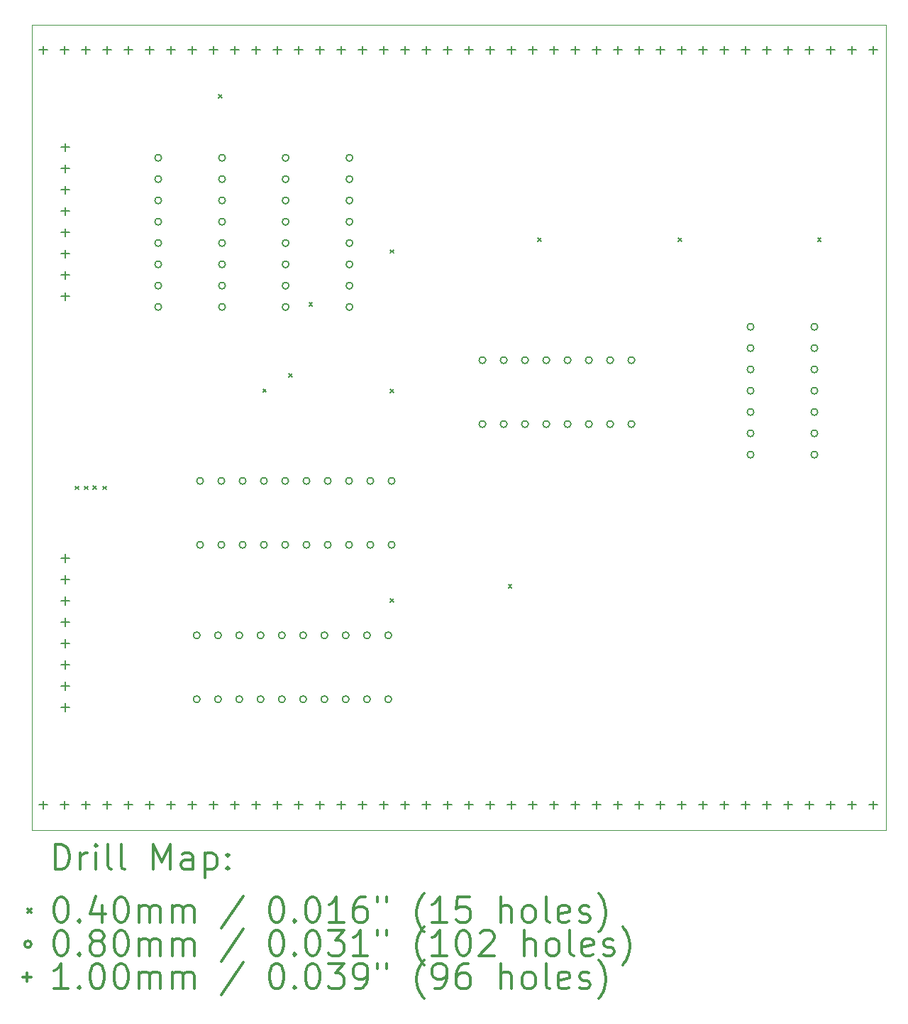
<source format=gbr>
%FSLAX45Y45*%
G04 Gerber Fmt 4.5, Leading zero omitted, Abs format (unit mm)*
G04 Created by KiCad (PCBNEW (5.1.9)-1) date 2021-11-21 23:13:42*
%MOMM*%
%LPD*%
G01*
G04 APERTURE LIST*
%TA.AperFunction,Profile*%
%ADD10C,0.100000*%
%TD*%
%ADD11C,0.200000*%
%ADD12C,0.300000*%
G04 APERTURE END LIST*
D10*
X8500000Y-13900000D02*
X8500000Y-4300000D01*
X18700000Y-13900000D02*
X8500000Y-13900000D01*
X18700000Y-4300000D02*
X18700000Y-13900000D01*
X8500000Y-4300000D02*
X18700000Y-4300000D01*
D11*
X9020000Y-9800000D02*
X9060000Y-9840000D01*
X9060000Y-9800000D02*
X9020000Y-9840000D01*
X9130000Y-9800000D02*
X9170000Y-9840000D01*
X9170000Y-9800000D02*
X9130000Y-9840000D01*
X9231266Y-9798734D02*
X9271266Y-9838734D01*
X9271266Y-9798734D02*
X9231266Y-9838734D01*
X9350000Y-9800000D02*
X9390000Y-9840000D01*
X9390000Y-9800000D02*
X9350000Y-9840000D01*
X10730000Y-5130000D02*
X10770000Y-5170000D01*
X10770000Y-5130000D02*
X10730000Y-5170000D01*
X11260000Y-8640000D02*
X11300000Y-8680000D01*
X11300000Y-8640000D02*
X11260000Y-8680000D01*
X11570000Y-8460000D02*
X11610000Y-8500000D01*
X11610000Y-8460000D02*
X11570000Y-8500000D01*
X11810000Y-7610000D02*
X11850000Y-7650000D01*
X11850000Y-7610000D02*
X11810000Y-7650000D01*
X12778000Y-8642000D02*
X12818000Y-8682000D01*
X12818000Y-8642000D02*
X12778000Y-8682000D01*
X12780000Y-6980000D02*
X12820000Y-7020000D01*
X12820000Y-6980000D02*
X12780000Y-7020000D01*
X12780000Y-11140000D02*
X12820000Y-11180000D01*
X12820000Y-11140000D02*
X12780000Y-11180000D01*
X14190000Y-10970000D02*
X14230000Y-11010000D01*
X14230000Y-10970000D02*
X14190000Y-11010000D01*
X14540000Y-6840000D02*
X14580000Y-6880000D01*
X14580000Y-6840000D02*
X14540000Y-6880000D01*
X16220000Y-6840000D02*
X16260000Y-6880000D01*
X16260000Y-6840000D02*
X16220000Y-6880000D01*
X17880000Y-6840000D02*
X17920000Y-6880000D01*
X17920000Y-6840000D02*
X17880000Y-6880000D01*
X10050000Y-5886000D02*
G75*
G03*
X10050000Y-5886000I-40000J0D01*
G01*
X10050000Y-6140000D02*
G75*
G03*
X10050000Y-6140000I-40000J0D01*
G01*
X10050000Y-6394000D02*
G75*
G03*
X10050000Y-6394000I-40000J0D01*
G01*
X10050000Y-6648000D02*
G75*
G03*
X10050000Y-6648000I-40000J0D01*
G01*
X10050000Y-6902000D02*
G75*
G03*
X10050000Y-6902000I-40000J0D01*
G01*
X10050000Y-7156000D02*
G75*
G03*
X10050000Y-7156000I-40000J0D01*
G01*
X10050000Y-7410000D02*
G75*
G03*
X10050000Y-7410000I-40000J0D01*
G01*
X10050000Y-7664000D02*
G75*
G03*
X10050000Y-7664000I-40000J0D01*
G01*
X10510000Y-11578000D02*
G75*
G03*
X10510000Y-11578000I-40000J0D01*
G01*
X10510000Y-12340000D02*
G75*
G03*
X10510000Y-12340000I-40000J0D01*
G01*
X10550000Y-9738000D02*
G75*
G03*
X10550000Y-9738000I-40000J0D01*
G01*
X10550000Y-10500000D02*
G75*
G03*
X10550000Y-10500000I-40000J0D01*
G01*
X10764000Y-11578000D02*
G75*
G03*
X10764000Y-11578000I-40000J0D01*
G01*
X10764000Y-12340000D02*
G75*
G03*
X10764000Y-12340000I-40000J0D01*
G01*
X10804000Y-9738000D02*
G75*
G03*
X10804000Y-9738000I-40000J0D01*
G01*
X10804000Y-10500000D02*
G75*
G03*
X10804000Y-10500000I-40000J0D01*
G01*
X10812000Y-5886000D02*
G75*
G03*
X10812000Y-5886000I-40000J0D01*
G01*
X10812000Y-6140000D02*
G75*
G03*
X10812000Y-6140000I-40000J0D01*
G01*
X10812000Y-6394000D02*
G75*
G03*
X10812000Y-6394000I-40000J0D01*
G01*
X10812000Y-6648000D02*
G75*
G03*
X10812000Y-6648000I-40000J0D01*
G01*
X10812000Y-6902000D02*
G75*
G03*
X10812000Y-6902000I-40000J0D01*
G01*
X10812000Y-7156000D02*
G75*
G03*
X10812000Y-7156000I-40000J0D01*
G01*
X10812000Y-7410000D02*
G75*
G03*
X10812000Y-7410000I-40000J0D01*
G01*
X10812000Y-7664000D02*
G75*
G03*
X10812000Y-7664000I-40000J0D01*
G01*
X11018000Y-11578000D02*
G75*
G03*
X11018000Y-11578000I-40000J0D01*
G01*
X11018000Y-12340000D02*
G75*
G03*
X11018000Y-12340000I-40000J0D01*
G01*
X11058000Y-9738000D02*
G75*
G03*
X11058000Y-9738000I-40000J0D01*
G01*
X11058000Y-10500000D02*
G75*
G03*
X11058000Y-10500000I-40000J0D01*
G01*
X11272000Y-11578000D02*
G75*
G03*
X11272000Y-11578000I-40000J0D01*
G01*
X11272000Y-12340000D02*
G75*
G03*
X11272000Y-12340000I-40000J0D01*
G01*
X11312000Y-9738000D02*
G75*
G03*
X11312000Y-9738000I-40000J0D01*
G01*
X11312000Y-10500000D02*
G75*
G03*
X11312000Y-10500000I-40000J0D01*
G01*
X11526000Y-11578000D02*
G75*
G03*
X11526000Y-11578000I-40000J0D01*
G01*
X11526000Y-12340000D02*
G75*
G03*
X11526000Y-12340000I-40000J0D01*
G01*
X11566000Y-9738000D02*
G75*
G03*
X11566000Y-9738000I-40000J0D01*
G01*
X11566000Y-10500000D02*
G75*
G03*
X11566000Y-10500000I-40000J0D01*
G01*
X11570000Y-5886000D02*
G75*
G03*
X11570000Y-5886000I-40000J0D01*
G01*
X11570000Y-6140000D02*
G75*
G03*
X11570000Y-6140000I-40000J0D01*
G01*
X11570000Y-6394000D02*
G75*
G03*
X11570000Y-6394000I-40000J0D01*
G01*
X11570000Y-6648000D02*
G75*
G03*
X11570000Y-6648000I-40000J0D01*
G01*
X11570000Y-6902000D02*
G75*
G03*
X11570000Y-6902000I-40000J0D01*
G01*
X11570000Y-7156000D02*
G75*
G03*
X11570000Y-7156000I-40000J0D01*
G01*
X11570000Y-7410000D02*
G75*
G03*
X11570000Y-7410000I-40000J0D01*
G01*
X11570000Y-7664000D02*
G75*
G03*
X11570000Y-7664000I-40000J0D01*
G01*
X11780000Y-11578000D02*
G75*
G03*
X11780000Y-11578000I-40000J0D01*
G01*
X11780000Y-12340000D02*
G75*
G03*
X11780000Y-12340000I-40000J0D01*
G01*
X11820000Y-9738000D02*
G75*
G03*
X11820000Y-9738000I-40000J0D01*
G01*
X11820000Y-10500000D02*
G75*
G03*
X11820000Y-10500000I-40000J0D01*
G01*
X12034000Y-11578000D02*
G75*
G03*
X12034000Y-11578000I-40000J0D01*
G01*
X12034000Y-12340000D02*
G75*
G03*
X12034000Y-12340000I-40000J0D01*
G01*
X12074000Y-9738000D02*
G75*
G03*
X12074000Y-9738000I-40000J0D01*
G01*
X12074000Y-10500000D02*
G75*
G03*
X12074000Y-10500000I-40000J0D01*
G01*
X12288000Y-11578000D02*
G75*
G03*
X12288000Y-11578000I-40000J0D01*
G01*
X12288000Y-12340000D02*
G75*
G03*
X12288000Y-12340000I-40000J0D01*
G01*
X12328000Y-9738000D02*
G75*
G03*
X12328000Y-9738000I-40000J0D01*
G01*
X12328000Y-10500000D02*
G75*
G03*
X12328000Y-10500000I-40000J0D01*
G01*
X12332000Y-5886000D02*
G75*
G03*
X12332000Y-5886000I-40000J0D01*
G01*
X12332000Y-6140000D02*
G75*
G03*
X12332000Y-6140000I-40000J0D01*
G01*
X12332000Y-6394000D02*
G75*
G03*
X12332000Y-6394000I-40000J0D01*
G01*
X12332000Y-6648000D02*
G75*
G03*
X12332000Y-6648000I-40000J0D01*
G01*
X12332000Y-6902000D02*
G75*
G03*
X12332000Y-6902000I-40000J0D01*
G01*
X12332000Y-7156000D02*
G75*
G03*
X12332000Y-7156000I-40000J0D01*
G01*
X12332000Y-7410000D02*
G75*
G03*
X12332000Y-7410000I-40000J0D01*
G01*
X12332000Y-7664000D02*
G75*
G03*
X12332000Y-7664000I-40000J0D01*
G01*
X12542000Y-11578000D02*
G75*
G03*
X12542000Y-11578000I-40000J0D01*
G01*
X12542000Y-12340000D02*
G75*
G03*
X12542000Y-12340000I-40000J0D01*
G01*
X12582000Y-9738000D02*
G75*
G03*
X12582000Y-9738000I-40000J0D01*
G01*
X12582000Y-10500000D02*
G75*
G03*
X12582000Y-10500000I-40000J0D01*
G01*
X12796000Y-11578000D02*
G75*
G03*
X12796000Y-11578000I-40000J0D01*
G01*
X12796000Y-12340000D02*
G75*
G03*
X12796000Y-12340000I-40000J0D01*
G01*
X12836000Y-9738000D02*
G75*
G03*
X12836000Y-9738000I-40000J0D01*
G01*
X12836000Y-10500000D02*
G75*
G03*
X12836000Y-10500000I-40000J0D01*
G01*
X13920000Y-8298000D02*
G75*
G03*
X13920000Y-8298000I-40000J0D01*
G01*
X13920000Y-9060000D02*
G75*
G03*
X13920000Y-9060000I-40000J0D01*
G01*
X14174000Y-8298000D02*
G75*
G03*
X14174000Y-8298000I-40000J0D01*
G01*
X14174000Y-9060000D02*
G75*
G03*
X14174000Y-9060000I-40000J0D01*
G01*
X14428000Y-8298000D02*
G75*
G03*
X14428000Y-8298000I-40000J0D01*
G01*
X14428000Y-9060000D02*
G75*
G03*
X14428000Y-9060000I-40000J0D01*
G01*
X14682000Y-8298000D02*
G75*
G03*
X14682000Y-8298000I-40000J0D01*
G01*
X14682000Y-9060000D02*
G75*
G03*
X14682000Y-9060000I-40000J0D01*
G01*
X14936000Y-8298000D02*
G75*
G03*
X14936000Y-8298000I-40000J0D01*
G01*
X14936000Y-9060000D02*
G75*
G03*
X14936000Y-9060000I-40000J0D01*
G01*
X15190000Y-8298000D02*
G75*
G03*
X15190000Y-8298000I-40000J0D01*
G01*
X15190000Y-9060000D02*
G75*
G03*
X15190000Y-9060000I-40000J0D01*
G01*
X15444000Y-8298000D02*
G75*
G03*
X15444000Y-8298000I-40000J0D01*
G01*
X15444000Y-9060000D02*
G75*
G03*
X15444000Y-9060000I-40000J0D01*
G01*
X15698000Y-8298000D02*
G75*
G03*
X15698000Y-8298000I-40000J0D01*
G01*
X15698000Y-9060000D02*
G75*
G03*
X15698000Y-9060000I-40000J0D01*
G01*
X17120000Y-7900000D02*
G75*
G03*
X17120000Y-7900000I-40000J0D01*
G01*
X17120000Y-8154000D02*
G75*
G03*
X17120000Y-8154000I-40000J0D01*
G01*
X17120000Y-8408000D02*
G75*
G03*
X17120000Y-8408000I-40000J0D01*
G01*
X17120000Y-8662000D02*
G75*
G03*
X17120000Y-8662000I-40000J0D01*
G01*
X17120000Y-8916000D02*
G75*
G03*
X17120000Y-8916000I-40000J0D01*
G01*
X17120000Y-9170000D02*
G75*
G03*
X17120000Y-9170000I-40000J0D01*
G01*
X17120000Y-9424000D02*
G75*
G03*
X17120000Y-9424000I-40000J0D01*
G01*
X17882000Y-7900000D02*
G75*
G03*
X17882000Y-7900000I-40000J0D01*
G01*
X17882000Y-8154000D02*
G75*
G03*
X17882000Y-8154000I-40000J0D01*
G01*
X17882000Y-8408000D02*
G75*
G03*
X17882000Y-8408000I-40000J0D01*
G01*
X17882000Y-8662000D02*
G75*
G03*
X17882000Y-8662000I-40000J0D01*
G01*
X17882000Y-8916000D02*
G75*
G03*
X17882000Y-8916000I-40000J0D01*
G01*
X17882000Y-9170000D02*
G75*
G03*
X17882000Y-9170000I-40000J0D01*
G01*
X17882000Y-9424000D02*
G75*
G03*
X17882000Y-9424000I-40000J0D01*
G01*
X8640000Y-4550000D02*
X8640000Y-4650000D01*
X8590000Y-4600000D02*
X8690000Y-4600000D01*
X8640000Y-13550000D02*
X8640000Y-13650000D01*
X8590000Y-13600000D02*
X8690000Y-13600000D01*
X8894000Y-4550000D02*
X8894000Y-4650000D01*
X8844000Y-4600000D02*
X8944000Y-4600000D01*
X8894000Y-13550000D02*
X8894000Y-13650000D01*
X8844000Y-13600000D02*
X8944000Y-13600000D01*
X8900000Y-5710000D02*
X8900000Y-5810000D01*
X8850000Y-5760000D02*
X8950000Y-5760000D01*
X8900000Y-5964000D02*
X8900000Y-6064000D01*
X8850000Y-6014000D02*
X8950000Y-6014000D01*
X8900000Y-6218000D02*
X8900000Y-6318000D01*
X8850000Y-6268000D02*
X8950000Y-6268000D01*
X8900000Y-6472000D02*
X8900000Y-6572000D01*
X8850000Y-6522000D02*
X8950000Y-6522000D01*
X8900000Y-6726000D02*
X8900000Y-6826000D01*
X8850000Y-6776000D02*
X8950000Y-6776000D01*
X8900000Y-6980000D02*
X8900000Y-7080000D01*
X8850000Y-7030000D02*
X8950000Y-7030000D01*
X8900000Y-7234000D02*
X8900000Y-7334000D01*
X8850000Y-7284000D02*
X8950000Y-7284000D01*
X8900000Y-7488000D02*
X8900000Y-7588000D01*
X8850000Y-7538000D02*
X8950000Y-7538000D01*
X8900000Y-10606000D02*
X8900000Y-10706000D01*
X8850000Y-10656000D02*
X8950000Y-10656000D01*
X8900000Y-10860000D02*
X8900000Y-10960000D01*
X8850000Y-10910000D02*
X8950000Y-10910000D01*
X8900000Y-11114000D02*
X8900000Y-11214000D01*
X8850000Y-11164000D02*
X8950000Y-11164000D01*
X8900000Y-11368000D02*
X8900000Y-11468000D01*
X8850000Y-11418000D02*
X8950000Y-11418000D01*
X8900000Y-11622000D02*
X8900000Y-11722000D01*
X8850000Y-11672000D02*
X8950000Y-11672000D01*
X8900000Y-11876000D02*
X8900000Y-11976000D01*
X8850000Y-11926000D02*
X8950000Y-11926000D01*
X8900000Y-12130000D02*
X8900000Y-12230000D01*
X8850000Y-12180000D02*
X8950000Y-12180000D01*
X8900000Y-12384000D02*
X8900000Y-12484000D01*
X8850000Y-12434000D02*
X8950000Y-12434000D01*
X9148000Y-4550000D02*
X9148000Y-4650000D01*
X9098000Y-4600000D02*
X9198000Y-4600000D01*
X9148000Y-13550000D02*
X9148000Y-13650000D01*
X9098000Y-13600000D02*
X9198000Y-13600000D01*
X9402000Y-4550000D02*
X9402000Y-4650000D01*
X9352000Y-4600000D02*
X9452000Y-4600000D01*
X9402000Y-13550000D02*
X9402000Y-13650000D01*
X9352000Y-13600000D02*
X9452000Y-13600000D01*
X9656000Y-4550000D02*
X9656000Y-4650000D01*
X9606000Y-4600000D02*
X9706000Y-4600000D01*
X9656000Y-13550000D02*
X9656000Y-13650000D01*
X9606000Y-13600000D02*
X9706000Y-13600000D01*
X9910000Y-4550000D02*
X9910000Y-4650000D01*
X9860000Y-4600000D02*
X9960000Y-4600000D01*
X9910000Y-13550000D02*
X9910000Y-13650000D01*
X9860000Y-13600000D02*
X9960000Y-13600000D01*
X10164000Y-4550000D02*
X10164000Y-4650000D01*
X10114000Y-4600000D02*
X10214000Y-4600000D01*
X10164000Y-13550000D02*
X10164000Y-13650000D01*
X10114000Y-13600000D02*
X10214000Y-13600000D01*
X10418000Y-4550000D02*
X10418000Y-4650000D01*
X10368000Y-4600000D02*
X10468000Y-4600000D01*
X10418000Y-13550000D02*
X10418000Y-13650000D01*
X10368000Y-13600000D02*
X10468000Y-13600000D01*
X10672000Y-4550000D02*
X10672000Y-4650000D01*
X10622000Y-4600000D02*
X10722000Y-4600000D01*
X10672000Y-13550000D02*
X10672000Y-13650000D01*
X10622000Y-13600000D02*
X10722000Y-13600000D01*
X10926000Y-4550000D02*
X10926000Y-4650000D01*
X10876000Y-4600000D02*
X10976000Y-4600000D01*
X10926000Y-13550000D02*
X10926000Y-13650000D01*
X10876000Y-13600000D02*
X10976000Y-13600000D01*
X11180000Y-4550000D02*
X11180000Y-4650000D01*
X11130000Y-4600000D02*
X11230000Y-4600000D01*
X11180000Y-13550000D02*
X11180000Y-13650000D01*
X11130000Y-13600000D02*
X11230000Y-13600000D01*
X11434000Y-4550000D02*
X11434000Y-4650000D01*
X11384000Y-4600000D02*
X11484000Y-4600000D01*
X11434000Y-13550000D02*
X11434000Y-13650000D01*
X11384000Y-13600000D02*
X11484000Y-13600000D01*
X11688000Y-4550000D02*
X11688000Y-4650000D01*
X11638000Y-4600000D02*
X11738000Y-4600000D01*
X11688000Y-13550000D02*
X11688000Y-13650000D01*
X11638000Y-13600000D02*
X11738000Y-13600000D01*
X11942000Y-4550000D02*
X11942000Y-4650000D01*
X11892000Y-4600000D02*
X11992000Y-4600000D01*
X11942000Y-13550000D02*
X11942000Y-13650000D01*
X11892000Y-13600000D02*
X11992000Y-13600000D01*
X12196000Y-4550000D02*
X12196000Y-4650000D01*
X12146000Y-4600000D02*
X12246000Y-4600000D01*
X12196000Y-13550000D02*
X12196000Y-13650000D01*
X12146000Y-13600000D02*
X12246000Y-13600000D01*
X12450000Y-4550000D02*
X12450000Y-4650000D01*
X12400000Y-4600000D02*
X12500000Y-4600000D01*
X12450000Y-13550000D02*
X12450000Y-13650000D01*
X12400000Y-13600000D02*
X12500000Y-13600000D01*
X12704000Y-4550000D02*
X12704000Y-4650000D01*
X12654000Y-4600000D02*
X12754000Y-4600000D01*
X12704000Y-13550000D02*
X12704000Y-13650000D01*
X12654000Y-13600000D02*
X12754000Y-13600000D01*
X12958000Y-4550000D02*
X12958000Y-4650000D01*
X12908000Y-4600000D02*
X13008000Y-4600000D01*
X12958000Y-13550000D02*
X12958000Y-13650000D01*
X12908000Y-13600000D02*
X13008000Y-13600000D01*
X13212000Y-4550000D02*
X13212000Y-4650000D01*
X13162000Y-4600000D02*
X13262000Y-4600000D01*
X13212000Y-13550000D02*
X13212000Y-13650000D01*
X13162000Y-13600000D02*
X13262000Y-13600000D01*
X13466000Y-4550000D02*
X13466000Y-4650000D01*
X13416000Y-4600000D02*
X13516000Y-4600000D01*
X13466000Y-13550000D02*
X13466000Y-13650000D01*
X13416000Y-13600000D02*
X13516000Y-13600000D01*
X13720000Y-4550000D02*
X13720000Y-4650000D01*
X13670000Y-4600000D02*
X13770000Y-4600000D01*
X13720000Y-13550000D02*
X13720000Y-13650000D01*
X13670000Y-13600000D02*
X13770000Y-13600000D01*
X13974000Y-4550000D02*
X13974000Y-4650000D01*
X13924000Y-4600000D02*
X14024000Y-4600000D01*
X13974000Y-13550000D02*
X13974000Y-13650000D01*
X13924000Y-13600000D02*
X14024000Y-13600000D01*
X14228000Y-4550000D02*
X14228000Y-4650000D01*
X14178000Y-4600000D02*
X14278000Y-4600000D01*
X14228000Y-13550000D02*
X14228000Y-13650000D01*
X14178000Y-13600000D02*
X14278000Y-13600000D01*
X14482000Y-4550000D02*
X14482000Y-4650000D01*
X14432000Y-4600000D02*
X14532000Y-4600000D01*
X14482000Y-13550000D02*
X14482000Y-13650000D01*
X14432000Y-13600000D02*
X14532000Y-13600000D01*
X14736000Y-4550000D02*
X14736000Y-4650000D01*
X14686000Y-4600000D02*
X14786000Y-4600000D01*
X14736000Y-13550000D02*
X14736000Y-13650000D01*
X14686000Y-13600000D02*
X14786000Y-13600000D01*
X14990000Y-4550000D02*
X14990000Y-4650000D01*
X14940000Y-4600000D02*
X15040000Y-4600000D01*
X14990000Y-13550000D02*
X14990000Y-13650000D01*
X14940000Y-13600000D02*
X15040000Y-13600000D01*
X15244000Y-4550000D02*
X15244000Y-4650000D01*
X15194000Y-4600000D02*
X15294000Y-4600000D01*
X15244000Y-13550000D02*
X15244000Y-13650000D01*
X15194000Y-13600000D02*
X15294000Y-13600000D01*
X15498000Y-4550000D02*
X15498000Y-4650000D01*
X15448000Y-4600000D02*
X15548000Y-4600000D01*
X15498000Y-13550000D02*
X15498000Y-13650000D01*
X15448000Y-13600000D02*
X15548000Y-13600000D01*
X15752000Y-4550000D02*
X15752000Y-4650000D01*
X15702000Y-4600000D02*
X15802000Y-4600000D01*
X15752000Y-13550000D02*
X15752000Y-13650000D01*
X15702000Y-13600000D02*
X15802000Y-13600000D01*
X16006000Y-4550000D02*
X16006000Y-4650000D01*
X15956000Y-4600000D02*
X16056000Y-4600000D01*
X16006000Y-13550000D02*
X16006000Y-13650000D01*
X15956000Y-13600000D02*
X16056000Y-13600000D01*
X16260000Y-4550000D02*
X16260000Y-4650000D01*
X16210000Y-4600000D02*
X16310000Y-4600000D01*
X16260000Y-13550000D02*
X16260000Y-13650000D01*
X16210000Y-13600000D02*
X16310000Y-13600000D01*
X16514000Y-4550000D02*
X16514000Y-4650000D01*
X16464000Y-4600000D02*
X16564000Y-4600000D01*
X16514000Y-13550000D02*
X16514000Y-13650000D01*
X16464000Y-13600000D02*
X16564000Y-13600000D01*
X16768000Y-4550000D02*
X16768000Y-4650000D01*
X16718000Y-4600000D02*
X16818000Y-4600000D01*
X16768000Y-13550000D02*
X16768000Y-13650000D01*
X16718000Y-13600000D02*
X16818000Y-13600000D01*
X17022000Y-4550000D02*
X17022000Y-4650000D01*
X16972000Y-4600000D02*
X17072000Y-4600000D01*
X17022000Y-13550000D02*
X17022000Y-13650000D01*
X16972000Y-13600000D02*
X17072000Y-13600000D01*
X17276000Y-4550000D02*
X17276000Y-4650000D01*
X17226000Y-4600000D02*
X17326000Y-4600000D01*
X17276000Y-13550000D02*
X17276000Y-13650000D01*
X17226000Y-13600000D02*
X17326000Y-13600000D01*
X17530000Y-4550000D02*
X17530000Y-4650000D01*
X17480000Y-4600000D02*
X17580000Y-4600000D01*
X17530000Y-13550000D02*
X17530000Y-13650000D01*
X17480000Y-13600000D02*
X17580000Y-13600000D01*
X17784000Y-4550000D02*
X17784000Y-4650000D01*
X17734000Y-4600000D02*
X17834000Y-4600000D01*
X17784000Y-13550000D02*
X17784000Y-13650000D01*
X17734000Y-13600000D02*
X17834000Y-13600000D01*
X18038000Y-4550000D02*
X18038000Y-4650000D01*
X17988000Y-4600000D02*
X18088000Y-4600000D01*
X18038000Y-13550000D02*
X18038000Y-13650000D01*
X17988000Y-13600000D02*
X18088000Y-13600000D01*
X18292000Y-4550000D02*
X18292000Y-4650000D01*
X18242000Y-4600000D02*
X18342000Y-4600000D01*
X18292000Y-13550000D02*
X18292000Y-13650000D01*
X18242000Y-13600000D02*
X18342000Y-13600000D01*
X18546000Y-4550000D02*
X18546000Y-4650000D01*
X18496000Y-4600000D02*
X18596000Y-4600000D01*
X18546000Y-13550000D02*
X18546000Y-13650000D01*
X18496000Y-13600000D02*
X18596000Y-13600000D01*
D12*
X8781428Y-14370714D02*
X8781428Y-14070714D01*
X8852857Y-14070714D01*
X8895714Y-14085000D01*
X8924286Y-14113571D01*
X8938571Y-14142143D01*
X8952857Y-14199286D01*
X8952857Y-14242143D01*
X8938571Y-14299286D01*
X8924286Y-14327857D01*
X8895714Y-14356429D01*
X8852857Y-14370714D01*
X8781428Y-14370714D01*
X9081428Y-14370714D02*
X9081428Y-14170714D01*
X9081428Y-14227857D02*
X9095714Y-14199286D01*
X9110000Y-14185000D01*
X9138571Y-14170714D01*
X9167143Y-14170714D01*
X9267143Y-14370714D02*
X9267143Y-14170714D01*
X9267143Y-14070714D02*
X9252857Y-14085000D01*
X9267143Y-14099286D01*
X9281428Y-14085000D01*
X9267143Y-14070714D01*
X9267143Y-14099286D01*
X9452857Y-14370714D02*
X9424286Y-14356429D01*
X9410000Y-14327857D01*
X9410000Y-14070714D01*
X9610000Y-14370714D02*
X9581428Y-14356429D01*
X9567143Y-14327857D01*
X9567143Y-14070714D01*
X9952857Y-14370714D02*
X9952857Y-14070714D01*
X10052857Y-14285000D01*
X10152857Y-14070714D01*
X10152857Y-14370714D01*
X10424286Y-14370714D02*
X10424286Y-14213571D01*
X10410000Y-14185000D01*
X10381428Y-14170714D01*
X10324286Y-14170714D01*
X10295714Y-14185000D01*
X10424286Y-14356429D02*
X10395714Y-14370714D01*
X10324286Y-14370714D01*
X10295714Y-14356429D01*
X10281428Y-14327857D01*
X10281428Y-14299286D01*
X10295714Y-14270714D01*
X10324286Y-14256429D01*
X10395714Y-14256429D01*
X10424286Y-14242143D01*
X10567143Y-14170714D02*
X10567143Y-14470714D01*
X10567143Y-14185000D02*
X10595714Y-14170714D01*
X10652857Y-14170714D01*
X10681428Y-14185000D01*
X10695714Y-14199286D01*
X10710000Y-14227857D01*
X10710000Y-14313571D01*
X10695714Y-14342143D01*
X10681428Y-14356429D01*
X10652857Y-14370714D01*
X10595714Y-14370714D01*
X10567143Y-14356429D01*
X10838571Y-14342143D02*
X10852857Y-14356429D01*
X10838571Y-14370714D01*
X10824286Y-14356429D01*
X10838571Y-14342143D01*
X10838571Y-14370714D01*
X10838571Y-14185000D02*
X10852857Y-14199286D01*
X10838571Y-14213571D01*
X10824286Y-14199286D01*
X10838571Y-14185000D01*
X10838571Y-14213571D01*
X8455000Y-14845000D02*
X8495000Y-14885000D01*
X8495000Y-14845000D02*
X8455000Y-14885000D01*
X8838571Y-14700714D02*
X8867143Y-14700714D01*
X8895714Y-14715000D01*
X8910000Y-14729286D01*
X8924286Y-14757857D01*
X8938571Y-14815000D01*
X8938571Y-14886429D01*
X8924286Y-14943571D01*
X8910000Y-14972143D01*
X8895714Y-14986429D01*
X8867143Y-15000714D01*
X8838571Y-15000714D01*
X8810000Y-14986429D01*
X8795714Y-14972143D01*
X8781428Y-14943571D01*
X8767143Y-14886429D01*
X8767143Y-14815000D01*
X8781428Y-14757857D01*
X8795714Y-14729286D01*
X8810000Y-14715000D01*
X8838571Y-14700714D01*
X9067143Y-14972143D02*
X9081428Y-14986429D01*
X9067143Y-15000714D01*
X9052857Y-14986429D01*
X9067143Y-14972143D01*
X9067143Y-15000714D01*
X9338571Y-14800714D02*
X9338571Y-15000714D01*
X9267143Y-14686429D02*
X9195714Y-14900714D01*
X9381428Y-14900714D01*
X9552857Y-14700714D02*
X9581428Y-14700714D01*
X9610000Y-14715000D01*
X9624286Y-14729286D01*
X9638571Y-14757857D01*
X9652857Y-14815000D01*
X9652857Y-14886429D01*
X9638571Y-14943571D01*
X9624286Y-14972143D01*
X9610000Y-14986429D01*
X9581428Y-15000714D01*
X9552857Y-15000714D01*
X9524286Y-14986429D01*
X9510000Y-14972143D01*
X9495714Y-14943571D01*
X9481428Y-14886429D01*
X9481428Y-14815000D01*
X9495714Y-14757857D01*
X9510000Y-14729286D01*
X9524286Y-14715000D01*
X9552857Y-14700714D01*
X9781428Y-15000714D02*
X9781428Y-14800714D01*
X9781428Y-14829286D02*
X9795714Y-14815000D01*
X9824286Y-14800714D01*
X9867143Y-14800714D01*
X9895714Y-14815000D01*
X9910000Y-14843571D01*
X9910000Y-15000714D01*
X9910000Y-14843571D02*
X9924286Y-14815000D01*
X9952857Y-14800714D01*
X9995714Y-14800714D01*
X10024286Y-14815000D01*
X10038571Y-14843571D01*
X10038571Y-15000714D01*
X10181428Y-15000714D02*
X10181428Y-14800714D01*
X10181428Y-14829286D02*
X10195714Y-14815000D01*
X10224286Y-14800714D01*
X10267143Y-14800714D01*
X10295714Y-14815000D01*
X10310000Y-14843571D01*
X10310000Y-15000714D01*
X10310000Y-14843571D02*
X10324286Y-14815000D01*
X10352857Y-14800714D01*
X10395714Y-14800714D01*
X10424286Y-14815000D01*
X10438571Y-14843571D01*
X10438571Y-15000714D01*
X11024286Y-14686429D02*
X10767143Y-15072143D01*
X11410000Y-14700714D02*
X11438571Y-14700714D01*
X11467143Y-14715000D01*
X11481428Y-14729286D01*
X11495714Y-14757857D01*
X11510000Y-14815000D01*
X11510000Y-14886429D01*
X11495714Y-14943571D01*
X11481428Y-14972143D01*
X11467143Y-14986429D01*
X11438571Y-15000714D01*
X11410000Y-15000714D01*
X11381428Y-14986429D01*
X11367143Y-14972143D01*
X11352857Y-14943571D01*
X11338571Y-14886429D01*
X11338571Y-14815000D01*
X11352857Y-14757857D01*
X11367143Y-14729286D01*
X11381428Y-14715000D01*
X11410000Y-14700714D01*
X11638571Y-14972143D02*
X11652857Y-14986429D01*
X11638571Y-15000714D01*
X11624286Y-14986429D01*
X11638571Y-14972143D01*
X11638571Y-15000714D01*
X11838571Y-14700714D02*
X11867143Y-14700714D01*
X11895714Y-14715000D01*
X11910000Y-14729286D01*
X11924286Y-14757857D01*
X11938571Y-14815000D01*
X11938571Y-14886429D01*
X11924286Y-14943571D01*
X11910000Y-14972143D01*
X11895714Y-14986429D01*
X11867143Y-15000714D01*
X11838571Y-15000714D01*
X11810000Y-14986429D01*
X11795714Y-14972143D01*
X11781428Y-14943571D01*
X11767143Y-14886429D01*
X11767143Y-14815000D01*
X11781428Y-14757857D01*
X11795714Y-14729286D01*
X11810000Y-14715000D01*
X11838571Y-14700714D01*
X12224286Y-15000714D02*
X12052857Y-15000714D01*
X12138571Y-15000714D02*
X12138571Y-14700714D01*
X12110000Y-14743571D01*
X12081428Y-14772143D01*
X12052857Y-14786429D01*
X12481428Y-14700714D02*
X12424286Y-14700714D01*
X12395714Y-14715000D01*
X12381428Y-14729286D01*
X12352857Y-14772143D01*
X12338571Y-14829286D01*
X12338571Y-14943571D01*
X12352857Y-14972143D01*
X12367143Y-14986429D01*
X12395714Y-15000714D01*
X12452857Y-15000714D01*
X12481428Y-14986429D01*
X12495714Y-14972143D01*
X12510000Y-14943571D01*
X12510000Y-14872143D01*
X12495714Y-14843571D01*
X12481428Y-14829286D01*
X12452857Y-14815000D01*
X12395714Y-14815000D01*
X12367143Y-14829286D01*
X12352857Y-14843571D01*
X12338571Y-14872143D01*
X12624286Y-14700714D02*
X12624286Y-14757857D01*
X12738571Y-14700714D02*
X12738571Y-14757857D01*
X13181428Y-15115000D02*
X13167143Y-15100714D01*
X13138571Y-15057857D01*
X13124286Y-15029286D01*
X13110000Y-14986429D01*
X13095714Y-14915000D01*
X13095714Y-14857857D01*
X13110000Y-14786429D01*
X13124286Y-14743571D01*
X13138571Y-14715000D01*
X13167143Y-14672143D01*
X13181428Y-14657857D01*
X13452857Y-15000714D02*
X13281428Y-15000714D01*
X13367143Y-15000714D02*
X13367143Y-14700714D01*
X13338571Y-14743571D01*
X13310000Y-14772143D01*
X13281428Y-14786429D01*
X13724286Y-14700714D02*
X13581428Y-14700714D01*
X13567143Y-14843571D01*
X13581428Y-14829286D01*
X13610000Y-14815000D01*
X13681428Y-14815000D01*
X13710000Y-14829286D01*
X13724286Y-14843571D01*
X13738571Y-14872143D01*
X13738571Y-14943571D01*
X13724286Y-14972143D01*
X13710000Y-14986429D01*
X13681428Y-15000714D01*
X13610000Y-15000714D01*
X13581428Y-14986429D01*
X13567143Y-14972143D01*
X14095714Y-15000714D02*
X14095714Y-14700714D01*
X14224286Y-15000714D02*
X14224286Y-14843571D01*
X14210000Y-14815000D01*
X14181428Y-14800714D01*
X14138571Y-14800714D01*
X14110000Y-14815000D01*
X14095714Y-14829286D01*
X14410000Y-15000714D02*
X14381428Y-14986429D01*
X14367143Y-14972143D01*
X14352857Y-14943571D01*
X14352857Y-14857857D01*
X14367143Y-14829286D01*
X14381428Y-14815000D01*
X14410000Y-14800714D01*
X14452857Y-14800714D01*
X14481428Y-14815000D01*
X14495714Y-14829286D01*
X14510000Y-14857857D01*
X14510000Y-14943571D01*
X14495714Y-14972143D01*
X14481428Y-14986429D01*
X14452857Y-15000714D01*
X14410000Y-15000714D01*
X14681428Y-15000714D02*
X14652857Y-14986429D01*
X14638571Y-14957857D01*
X14638571Y-14700714D01*
X14910000Y-14986429D02*
X14881428Y-15000714D01*
X14824286Y-15000714D01*
X14795714Y-14986429D01*
X14781428Y-14957857D01*
X14781428Y-14843571D01*
X14795714Y-14815000D01*
X14824286Y-14800714D01*
X14881428Y-14800714D01*
X14910000Y-14815000D01*
X14924286Y-14843571D01*
X14924286Y-14872143D01*
X14781428Y-14900714D01*
X15038571Y-14986429D02*
X15067143Y-15000714D01*
X15124286Y-15000714D01*
X15152857Y-14986429D01*
X15167143Y-14957857D01*
X15167143Y-14943571D01*
X15152857Y-14915000D01*
X15124286Y-14900714D01*
X15081428Y-14900714D01*
X15052857Y-14886429D01*
X15038571Y-14857857D01*
X15038571Y-14843571D01*
X15052857Y-14815000D01*
X15081428Y-14800714D01*
X15124286Y-14800714D01*
X15152857Y-14815000D01*
X15267143Y-15115000D02*
X15281428Y-15100714D01*
X15310000Y-15057857D01*
X15324286Y-15029286D01*
X15338571Y-14986429D01*
X15352857Y-14915000D01*
X15352857Y-14857857D01*
X15338571Y-14786429D01*
X15324286Y-14743571D01*
X15310000Y-14715000D01*
X15281428Y-14672143D01*
X15267143Y-14657857D01*
X8495000Y-15261000D02*
G75*
G03*
X8495000Y-15261000I-40000J0D01*
G01*
X8838571Y-15096714D02*
X8867143Y-15096714D01*
X8895714Y-15111000D01*
X8910000Y-15125286D01*
X8924286Y-15153857D01*
X8938571Y-15211000D01*
X8938571Y-15282429D01*
X8924286Y-15339571D01*
X8910000Y-15368143D01*
X8895714Y-15382429D01*
X8867143Y-15396714D01*
X8838571Y-15396714D01*
X8810000Y-15382429D01*
X8795714Y-15368143D01*
X8781428Y-15339571D01*
X8767143Y-15282429D01*
X8767143Y-15211000D01*
X8781428Y-15153857D01*
X8795714Y-15125286D01*
X8810000Y-15111000D01*
X8838571Y-15096714D01*
X9067143Y-15368143D02*
X9081428Y-15382429D01*
X9067143Y-15396714D01*
X9052857Y-15382429D01*
X9067143Y-15368143D01*
X9067143Y-15396714D01*
X9252857Y-15225286D02*
X9224286Y-15211000D01*
X9210000Y-15196714D01*
X9195714Y-15168143D01*
X9195714Y-15153857D01*
X9210000Y-15125286D01*
X9224286Y-15111000D01*
X9252857Y-15096714D01*
X9310000Y-15096714D01*
X9338571Y-15111000D01*
X9352857Y-15125286D01*
X9367143Y-15153857D01*
X9367143Y-15168143D01*
X9352857Y-15196714D01*
X9338571Y-15211000D01*
X9310000Y-15225286D01*
X9252857Y-15225286D01*
X9224286Y-15239571D01*
X9210000Y-15253857D01*
X9195714Y-15282429D01*
X9195714Y-15339571D01*
X9210000Y-15368143D01*
X9224286Y-15382429D01*
X9252857Y-15396714D01*
X9310000Y-15396714D01*
X9338571Y-15382429D01*
X9352857Y-15368143D01*
X9367143Y-15339571D01*
X9367143Y-15282429D01*
X9352857Y-15253857D01*
X9338571Y-15239571D01*
X9310000Y-15225286D01*
X9552857Y-15096714D02*
X9581428Y-15096714D01*
X9610000Y-15111000D01*
X9624286Y-15125286D01*
X9638571Y-15153857D01*
X9652857Y-15211000D01*
X9652857Y-15282429D01*
X9638571Y-15339571D01*
X9624286Y-15368143D01*
X9610000Y-15382429D01*
X9581428Y-15396714D01*
X9552857Y-15396714D01*
X9524286Y-15382429D01*
X9510000Y-15368143D01*
X9495714Y-15339571D01*
X9481428Y-15282429D01*
X9481428Y-15211000D01*
X9495714Y-15153857D01*
X9510000Y-15125286D01*
X9524286Y-15111000D01*
X9552857Y-15096714D01*
X9781428Y-15396714D02*
X9781428Y-15196714D01*
X9781428Y-15225286D02*
X9795714Y-15211000D01*
X9824286Y-15196714D01*
X9867143Y-15196714D01*
X9895714Y-15211000D01*
X9910000Y-15239571D01*
X9910000Y-15396714D01*
X9910000Y-15239571D02*
X9924286Y-15211000D01*
X9952857Y-15196714D01*
X9995714Y-15196714D01*
X10024286Y-15211000D01*
X10038571Y-15239571D01*
X10038571Y-15396714D01*
X10181428Y-15396714D02*
X10181428Y-15196714D01*
X10181428Y-15225286D02*
X10195714Y-15211000D01*
X10224286Y-15196714D01*
X10267143Y-15196714D01*
X10295714Y-15211000D01*
X10310000Y-15239571D01*
X10310000Y-15396714D01*
X10310000Y-15239571D02*
X10324286Y-15211000D01*
X10352857Y-15196714D01*
X10395714Y-15196714D01*
X10424286Y-15211000D01*
X10438571Y-15239571D01*
X10438571Y-15396714D01*
X11024286Y-15082429D02*
X10767143Y-15468143D01*
X11410000Y-15096714D02*
X11438571Y-15096714D01*
X11467143Y-15111000D01*
X11481428Y-15125286D01*
X11495714Y-15153857D01*
X11510000Y-15211000D01*
X11510000Y-15282429D01*
X11495714Y-15339571D01*
X11481428Y-15368143D01*
X11467143Y-15382429D01*
X11438571Y-15396714D01*
X11410000Y-15396714D01*
X11381428Y-15382429D01*
X11367143Y-15368143D01*
X11352857Y-15339571D01*
X11338571Y-15282429D01*
X11338571Y-15211000D01*
X11352857Y-15153857D01*
X11367143Y-15125286D01*
X11381428Y-15111000D01*
X11410000Y-15096714D01*
X11638571Y-15368143D02*
X11652857Y-15382429D01*
X11638571Y-15396714D01*
X11624286Y-15382429D01*
X11638571Y-15368143D01*
X11638571Y-15396714D01*
X11838571Y-15096714D02*
X11867143Y-15096714D01*
X11895714Y-15111000D01*
X11910000Y-15125286D01*
X11924286Y-15153857D01*
X11938571Y-15211000D01*
X11938571Y-15282429D01*
X11924286Y-15339571D01*
X11910000Y-15368143D01*
X11895714Y-15382429D01*
X11867143Y-15396714D01*
X11838571Y-15396714D01*
X11810000Y-15382429D01*
X11795714Y-15368143D01*
X11781428Y-15339571D01*
X11767143Y-15282429D01*
X11767143Y-15211000D01*
X11781428Y-15153857D01*
X11795714Y-15125286D01*
X11810000Y-15111000D01*
X11838571Y-15096714D01*
X12038571Y-15096714D02*
X12224286Y-15096714D01*
X12124286Y-15211000D01*
X12167143Y-15211000D01*
X12195714Y-15225286D01*
X12210000Y-15239571D01*
X12224286Y-15268143D01*
X12224286Y-15339571D01*
X12210000Y-15368143D01*
X12195714Y-15382429D01*
X12167143Y-15396714D01*
X12081428Y-15396714D01*
X12052857Y-15382429D01*
X12038571Y-15368143D01*
X12510000Y-15396714D02*
X12338571Y-15396714D01*
X12424286Y-15396714D02*
X12424286Y-15096714D01*
X12395714Y-15139571D01*
X12367143Y-15168143D01*
X12338571Y-15182429D01*
X12624286Y-15096714D02*
X12624286Y-15153857D01*
X12738571Y-15096714D02*
X12738571Y-15153857D01*
X13181428Y-15511000D02*
X13167143Y-15496714D01*
X13138571Y-15453857D01*
X13124286Y-15425286D01*
X13110000Y-15382429D01*
X13095714Y-15311000D01*
X13095714Y-15253857D01*
X13110000Y-15182429D01*
X13124286Y-15139571D01*
X13138571Y-15111000D01*
X13167143Y-15068143D01*
X13181428Y-15053857D01*
X13452857Y-15396714D02*
X13281428Y-15396714D01*
X13367143Y-15396714D02*
X13367143Y-15096714D01*
X13338571Y-15139571D01*
X13310000Y-15168143D01*
X13281428Y-15182429D01*
X13638571Y-15096714D02*
X13667143Y-15096714D01*
X13695714Y-15111000D01*
X13710000Y-15125286D01*
X13724286Y-15153857D01*
X13738571Y-15211000D01*
X13738571Y-15282429D01*
X13724286Y-15339571D01*
X13710000Y-15368143D01*
X13695714Y-15382429D01*
X13667143Y-15396714D01*
X13638571Y-15396714D01*
X13610000Y-15382429D01*
X13595714Y-15368143D01*
X13581428Y-15339571D01*
X13567143Y-15282429D01*
X13567143Y-15211000D01*
X13581428Y-15153857D01*
X13595714Y-15125286D01*
X13610000Y-15111000D01*
X13638571Y-15096714D01*
X13852857Y-15125286D02*
X13867143Y-15111000D01*
X13895714Y-15096714D01*
X13967143Y-15096714D01*
X13995714Y-15111000D01*
X14010000Y-15125286D01*
X14024286Y-15153857D01*
X14024286Y-15182429D01*
X14010000Y-15225286D01*
X13838571Y-15396714D01*
X14024286Y-15396714D01*
X14381428Y-15396714D02*
X14381428Y-15096714D01*
X14510000Y-15396714D02*
X14510000Y-15239571D01*
X14495714Y-15211000D01*
X14467143Y-15196714D01*
X14424286Y-15196714D01*
X14395714Y-15211000D01*
X14381428Y-15225286D01*
X14695714Y-15396714D02*
X14667143Y-15382429D01*
X14652857Y-15368143D01*
X14638571Y-15339571D01*
X14638571Y-15253857D01*
X14652857Y-15225286D01*
X14667143Y-15211000D01*
X14695714Y-15196714D01*
X14738571Y-15196714D01*
X14767143Y-15211000D01*
X14781428Y-15225286D01*
X14795714Y-15253857D01*
X14795714Y-15339571D01*
X14781428Y-15368143D01*
X14767143Y-15382429D01*
X14738571Y-15396714D01*
X14695714Y-15396714D01*
X14967143Y-15396714D02*
X14938571Y-15382429D01*
X14924286Y-15353857D01*
X14924286Y-15096714D01*
X15195714Y-15382429D02*
X15167143Y-15396714D01*
X15110000Y-15396714D01*
X15081428Y-15382429D01*
X15067143Y-15353857D01*
X15067143Y-15239571D01*
X15081428Y-15211000D01*
X15110000Y-15196714D01*
X15167143Y-15196714D01*
X15195714Y-15211000D01*
X15210000Y-15239571D01*
X15210000Y-15268143D01*
X15067143Y-15296714D01*
X15324286Y-15382429D02*
X15352857Y-15396714D01*
X15410000Y-15396714D01*
X15438571Y-15382429D01*
X15452857Y-15353857D01*
X15452857Y-15339571D01*
X15438571Y-15311000D01*
X15410000Y-15296714D01*
X15367143Y-15296714D01*
X15338571Y-15282429D01*
X15324286Y-15253857D01*
X15324286Y-15239571D01*
X15338571Y-15211000D01*
X15367143Y-15196714D01*
X15410000Y-15196714D01*
X15438571Y-15211000D01*
X15552857Y-15511000D02*
X15567143Y-15496714D01*
X15595714Y-15453857D01*
X15610000Y-15425286D01*
X15624286Y-15382429D01*
X15638571Y-15311000D01*
X15638571Y-15253857D01*
X15624286Y-15182429D01*
X15610000Y-15139571D01*
X15595714Y-15111000D01*
X15567143Y-15068143D01*
X15552857Y-15053857D01*
X8445000Y-15607000D02*
X8445000Y-15707000D01*
X8395000Y-15657000D02*
X8495000Y-15657000D01*
X8938571Y-15792714D02*
X8767143Y-15792714D01*
X8852857Y-15792714D02*
X8852857Y-15492714D01*
X8824286Y-15535571D01*
X8795714Y-15564143D01*
X8767143Y-15578429D01*
X9067143Y-15764143D02*
X9081428Y-15778429D01*
X9067143Y-15792714D01*
X9052857Y-15778429D01*
X9067143Y-15764143D01*
X9067143Y-15792714D01*
X9267143Y-15492714D02*
X9295714Y-15492714D01*
X9324286Y-15507000D01*
X9338571Y-15521286D01*
X9352857Y-15549857D01*
X9367143Y-15607000D01*
X9367143Y-15678429D01*
X9352857Y-15735571D01*
X9338571Y-15764143D01*
X9324286Y-15778429D01*
X9295714Y-15792714D01*
X9267143Y-15792714D01*
X9238571Y-15778429D01*
X9224286Y-15764143D01*
X9210000Y-15735571D01*
X9195714Y-15678429D01*
X9195714Y-15607000D01*
X9210000Y-15549857D01*
X9224286Y-15521286D01*
X9238571Y-15507000D01*
X9267143Y-15492714D01*
X9552857Y-15492714D02*
X9581428Y-15492714D01*
X9610000Y-15507000D01*
X9624286Y-15521286D01*
X9638571Y-15549857D01*
X9652857Y-15607000D01*
X9652857Y-15678429D01*
X9638571Y-15735571D01*
X9624286Y-15764143D01*
X9610000Y-15778429D01*
X9581428Y-15792714D01*
X9552857Y-15792714D01*
X9524286Y-15778429D01*
X9510000Y-15764143D01*
X9495714Y-15735571D01*
X9481428Y-15678429D01*
X9481428Y-15607000D01*
X9495714Y-15549857D01*
X9510000Y-15521286D01*
X9524286Y-15507000D01*
X9552857Y-15492714D01*
X9781428Y-15792714D02*
X9781428Y-15592714D01*
X9781428Y-15621286D02*
X9795714Y-15607000D01*
X9824286Y-15592714D01*
X9867143Y-15592714D01*
X9895714Y-15607000D01*
X9910000Y-15635571D01*
X9910000Y-15792714D01*
X9910000Y-15635571D02*
X9924286Y-15607000D01*
X9952857Y-15592714D01*
X9995714Y-15592714D01*
X10024286Y-15607000D01*
X10038571Y-15635571D01*
X10038571Y-15792714D01*
X10181428Y-15792714D02*
X10181428Y-15592714D01*
X10181428Y-15621286D02*
X10195714Y-15607000D01*
X10224286Y-15592714D01*
X10267143Y-15592714D01*
X10295714Y-15607000D01*
X10310000Y-15635571D01*
X10310000Y-15792714D01*
X10310000Y-15635571D02*
X10324286Y-15607000D01*
X10352857Y-15592714D01*
X10395714Y-15592714D01*
X10424286Y-15607000D01*
X10438571Y-15635571D01*
X10438571Y-15792714D01*
X11024286Y-15478429D02*
X10767143Y-15864143D01*
X11410000Y-15492714D02*
X11438571Y-15492714D01*
X11467143Y-15507000D01*
X11481428Y-15521286D01*
X11495714Y-15549857D01*
X11510000Y-15607000D01*
X11510000Y-15678429D01*
X11495714Y-15735571D01*
X11481428Y-15764143D01*
X11467143Y-15778429D01*
X11438571Y-15792714D01*
X11410000Y-15792714D01*
X11381428Y-15778429D01*
X11367143Y-15764143D01*
X11352857Y-15735571D01*
X11338571Y-15678429D01*
X11338571Y-15607000D01*
X11352857Y-15549857D01*
X11367143Y-15521286D01*
X11381428Y-15507000D01*
X11410000Y-15492714D01*
X11638571Y-15764143D02*
X11652857Y-15778429D01*
X11638571Y-15792714D01*
X11624286Y-15778429D01*
X11638571Y-15764143D01*
X11638571Y-15792714D01*
X11838571Y-15492714D02*
X11867143Y-15492714D01*
X11895714Y-15507000D01*
X11910000Y-15521286D01*
X11924286Y-15549857D01*
X11938571Y-15607000D01*
X11938571Y-15678429D01*
X11924286Y-15735571D01*
X11910000Y-15764143D01*
X11895714Y-15778429D01*
X11867143Y-15792714D01*
X11838571Y-15792714D01*
X11810000Y-15778429D01*
X11795714Y-15764143D01*
X11781428Y-15735571D01*
X11767143Y-15678429D01*
X11767143Y-15607000D01*
X11781428Y-15549857D01*
X11795714Y-15521286D01*
X11810000Y-15507000D01*
X11838571Y-15492714D01*
X12038571Y-15492714D02*
X12224286Y-15492714D01*
X12124286Y-15607000D01*
X12167143Y-15607000D01*
X12195714Y-15621286D01*
X12210000Y-15635571D01*
X12224286Y-15664143D01*
X12224286Y-15735571D01*
X12210000Y-15764143D01*
X12195714Y-15778429D01*
X12167143Y-15792714D01*
X12081428Y-15792714D01*
X12052857Y-15778429D01*
X12038571Y-15764143D01*
X12367143Y-15792714D02*
X12424286Y-15792714D01*
X12452857Y-15778429D01*
X12467143Y-15764143D01*
X12495714Y-15721286D01*
X12510000Y-15664143D01*
X12510000Y-15549857D01*
X12495714Y-15521286D01*
X12481428Y-15507000D01*
X12452857Y-15492714D01*
X12395714Y-15492714D01*
X12367143Y-15507000D01*
X12352857Y-15521286D01*
X12338571Y-15549857D01*
X12338571Y-15621286D01*
X12352857Y-15649857D01*
X12367143Y-15664143D01*
X12395714Y-15678429D01*
X12452857Y-15678429D01*
X12481428Y-15664143D01*
X12495714Y-15649857D01*
X12510000Y-15621286D01*
X12624286Y-15492714D02*
X12624286Y-15549857D01*
X12738571Y-15492714D02*
X12738571Y-15549857D01*
X13181428Y-15907000D02*
X13167143Y-15892714D01*
X13138571Y-15849857D01*
X13124286Y-15821286D01*
X13110000Y-15778429D01*
X13095714Y-15707000D01*
X13095714Y-15649857D01*
X13110000Y-15578429D01*
X13124286Y-15535571D01*
X13138571Y-15507000D01*
X13167143Y-15464143D01*
X13181428Y-15449857D01*
X13310000Y-15792714D02*
X13367143Y-15792714D01*
X13395714Y-15778429D01*
X13410000Y-15764143D01*
X13438571Y-15721286D01*
X13452857Y-15664143D01*
X13452857Y-15549857D01*
X13438571Y-15521286D01*
X13424286Y-15507000D01*
X13395714Y-15492714D01*
X13338571Y-15492714D01*
X13310000Y-15507000D01*
X13295714Y-15521286D01*
X13281428Y-15549857D01*
X13281428Y-15621286D01*
X13295714Y-15649857D01*
X13310000Y-15664143D01*
X13338571Y-15678429D01*
X13395714Y-15678429D01*
X13424286Y-15664143D01*
X13438571Y-15649857D01*
X13452857Y-15621286D01*
X13710000Y-15492714D02*
X13652857Y-15492714D01*
X13624286Y-15507000D01*
X13610000Y-15521286D01*
X13581428Y-15564143D01*
X13567143Y-15621286D01*
X13567143Y-15735571D01*
X13581428Y-15764143D01*
X13595714Y-15778429D01*
X13624286Y-15792714D01*
X13681428Y-15792714D01*
X13710000Y-15778429D01*
X13724286Y-15764143D01*
X13738571Y-15735571D01*
X13738571Y-15664143D01*
X13724286Y-15635571D01*
X13710000Y-15621286D01*
X13681428Y-15607000D01*
X13624286Y-15607000D01*
X13595714Y-15621286D01*
X13581428Y-15635571D01*
X13567143Y-15664143D01*
X14095714Y-15792714D02*
X14095714Y-15492714D01*
X14224286Y-15792714D02*
X14224286Y-15635571D01*
X14210000Y-15607000D01*
X14181428Y-15592714D01*
X14138571Y-15592714D01*
X14110000Y-15607000D01*
X14095714Y-15621286D01*
X14410000Y-15792714D02*
X14381428Y-15778429D01*
X14367143Y-15764143D01*
X14352857Y-15735571D01*
X14352857Y-15649857D01*
X14367143Y-15621286D01*
X14381428Y-15607000D01*
X14410000Y-15592714D01*
X14452857Y-15592714D01*
X14481428Y-15607000D01*
X14495714Y-15621286D01*
X14510000Y-15649857D01*
X14510000Y-15735571D01*
X14495714Y-15764143D01*
X14481428Y-15778429D01*
X14452857Y-15792714D01*
X14410000Y-15792714D01*
X14681428Y-15792714D02*
X14652857Y-15778429D01*
X14638571Y-15749857D01*
X14638571Y-15492714D01*
X14910000Y-15778429D02*
X14881428Y-15792714D01*
X14824286Y-15792714D01*
X14795714Y-15778429D01*
X14781428Y-15749857D01*
X14781428Y-15635571D01*
X14795714Y-15607000D01*
X14824286Y-15592714D01*
X14881428Y-15592714D01*
X14910000Y-15607000D01*
X14924286Y-15635571D01*
X14924286Y-15664143D01*
X14781428Y-15692714D01*
X15038571Y-15778429D02*
X15067143Y-15792714D01*
X15124286Y-15792714D01*
X15152857Y-15778429D01*
X15167143Y-15749857D01*
X15167143Y-15735571D01*
X15152857Y-15707000D01*
X15124286Y-15692714D01*
X15081428Y-15692714D01*
X15052857Y-15678429D01*
X15038571Y-15649857D01*
X15038571Y-15635571D01*
X15052857Y-15607000D01*
X15081428Y-15592714D01*
X15124286Y-15592714D01*
X15152857Y-15607000D01*
X15267143Y-15907000D02*
X15281428Y-15892714D01*
X15310000Y-15849857D01*
X15324286Y-15821286D01*
X15338571Y-15778429D01*
X15352857Y-15707000D01*
X15352857Y-15649857D01*
X15338571Y-15578429D01*
X15324286Y-15535571D01*
X15310000Y-15507000D01*
X15281428Y-15464143D01*
X15267143Y-15449857D01*
M02*

</source>
